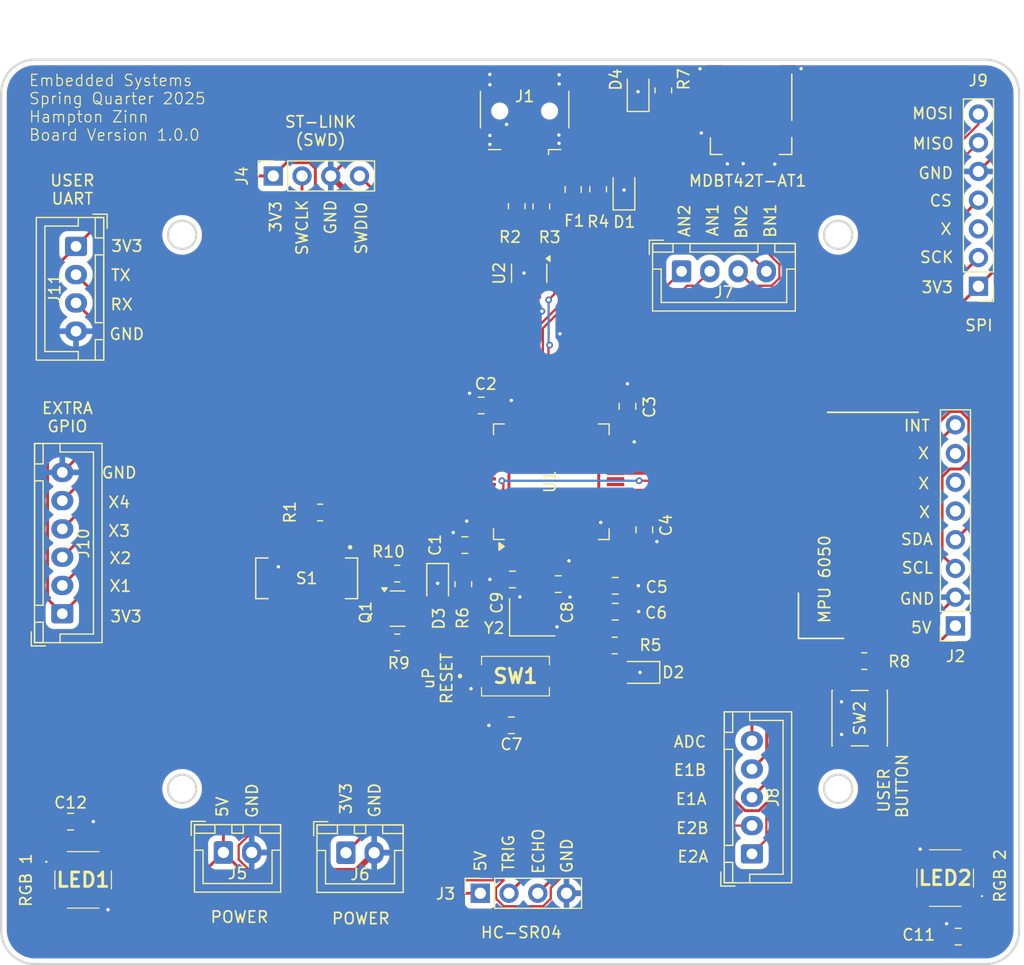
<source format=kicad_pcb>
(kicad_pcb (version 20241229) (generator "pcbnew") (generator_version "9.0")
  (layers (0 "F.Cu" signal) (2 "B.Cu" signal) (13 "F.Paste" user) (15 "B.Paste" user) (5 "F.SilkS" user "F.Silkscreen") (7 "B.SilkS" user "B.Silkscreen") (1 "F.Mask" user) (3 "B.Mask" user) (25 "Edge.Cuts" user))
  (net 0 "")
  (net 2 "/PS2_SCK")
  (net 3 "/PS2_MISO")
  (net 5 "/PS2_CS")
  (net 6 "/PS2_MOSI")
  (net 7 "Net-(U1-PA1)")
  (net 9 "/X4")
  (net 10 "/X3")
  (net 11 "/X1")
  (net 12 "/X2")
  (net 13 "/USER_TX")
  (net 16 "/USER_RX")
  (net 21 "/RESET")
  (net 28 "+3V3")
  (net 29 "GND")
  (net 33 "Net-(R1-Pad2)")
  (net 34 "/BOOT")
  (net 35 "/OSC_OUT")
  (net 36 "/OSC_IN")
  (net 37 "Net-(D1-A)")
  (net 39 "/D+")
  (net 40 "/D-")
  (net 41 "Net-(J1-VBUS)")
  (net 42 "/USB_CONN_D+")
  (net 43 "/USB_CONN_D-")
  (net 44 "Vusb")
  (net 45 "/USB_D+")
  (net 46 "/USB_D-")
  (net 47 "Net-(D2-A)")
  (net 48 "Net-(D3-A)")
  (net 49 "/USER_LED")
  (net 51 "+5V")
  (net 52 "/IMU_INT")
  (net 54 "/IMU_I2C_SCL")
  (net 56 "/IMU_I2C_SDA")
  (net 65 "Net-(D4-A)")
  (net 66 "/BL_WAKEUP")
  (net 67 "/BL_RX")
  (net 68 "/BL_TX")
  (net 69 "Net-(MDBT42T-AT1-INDICATOR)")
  (net 70 "/ULTRA_TRIG")
  (net 71 "/ULTRA_ECHO")
  (net 72 "/SWCLK")
  (net 73 "/SWDIO")
  (net 74 "/uBUTTON")
  (net 75 "/BN1")
  (net 76 "/AN1")
  (net 77 "/AN2")
  (net 78 "/BN2")
  (net 79 "/E2A")
  (net 80 "/E2B")
  (net 81 "/E1A")
  (net 82 "/E1B")
  (net 83 "/PWR_ADC")
  (net 84 "Net-(LED1-DOUT)")
  (net 85 "Net-(LED1-DIN)")
  (net 87 "/RGB_DIN")
  (footprint "Resistor_SMD:R_0805_2012Metric_Pad1.20x1.40mm_HandSolder" (layer "F.Cu") (at 137.68 42.715 -90)
    (property "Reference" "R2")
    (property "Value" "22")
  )
  (footprint "Package_QFP:LQFP-64_10x10mm_P0.5mm" (layer "F.Cu") (at 140.74 67.085 90)
    (property "Reference" "U1")
    (property "Value" "STM32F103RCTx")
  )
  (footprint "Resistor_SMD:R_0805_2012Metric_Pad1.20x1.40mm_HandSolder" (layer "F.Cu") (at 127.1175 81.3 180)
    (property "Reference" "R9")
    (property "Value" "10k")
  )
  (footprint "Resistor_SMD:R_0805_2012Metric_Pad1.20x1.40mm_HandSolder" (layer "F.Cu") (at 139.86 42.735 90)
    (property "Reference" "R3")
    (property "Value" "22")
  )
  (footprint "Capacitor_SMD:C_0805_2012Metric_Pad1.18x1.45mm_HandSolder" (layer "F.Cu") (at 98.2375 97.15)
    (property "Reference" "C12")
    (property "Value" "0.1uF")
  )
  (footprint "Connector_JST:JST_XH_B2B-XH-A_1x02_P2.50mm_Vertical" (layer "F.Cu") (at 122.58 99.9)
    (property "Reference" "J6")
    (property "Value" "CONN_3V3")
  )
  (footprint "Connector_PinHeader_2.54mm:PinHeader_1x07_P2.54mm_Vertical" (layer "F.Cu") (at 178.5 49.8 180)
    (property "Reference" "J9")
    (property "Value" "CONN_PS2")
  )
  (footprint "Connector_JST:JST_XH_B5B-XH-A_1x05_P2.50mm_Vertical" (layer "F.Cu") (at 158.475 100 90)
    (property "Reference" "J8")
    (property "Value" "CONN_HAL")
  )
  (footprint "Connector_PinSocket_2.54mm:PinSocket_1x08_P2.54mm_Vertical" (layer "F.Cu") (at 176.465 79.835 180)
    (property "Reference" "J2")
    (property "Value" "CONN_MPU6050")
  )
  (footprint "LED_SMD:LED_0805_2012Metric_Pad1.15x1.40mm_HandSolder" (layer "F.Cu") (at 148.41 32.475 90)
    (property "Reference" "D4")
    (property "Value" "BL_IND_LED")
  )
  (footprint "Package_TO_SOT_SMD:SOT-23" (layer "F.Cu") (at 127.1475 78.31)
    (property "Reference" "Q1")
    (property "Value" "BSS138")
  )
  (footprint "LED_SMD:LED_0805_2012Metric_Pad1.15x1.40mm_HandSolder" (layer "F.Cu") (at 130.69 76.18 -90)
    (property "Reference" "D3")
    (property "Value" "USER_LED")
  )
  (footprint "Resistor_SMD:R_0805_2012Metric_Pad1.20x1.40mm_HandSolder" (layer "F.Cu") (at 146.3475 81.57)
    (property "Reference" "R5")
    (property "Value" "10k")
  )
  (footprint "RGB_LED:INPI55TATPRPGPB" (layer "F.Cu") (at 99.35 102.3)
    (property "Reference" "LED1")
    (property "Value" "IN-PI55TATPRPGPB" (hide yes))
  )
  (footprint "Fuse:Fuse_0805_2012Metric_Pad1.15x1.40mm_HandSolder" (layer "F.Cu") (at 142.67 41.235 -90)
    (property "Reference" "F1")
    (property "Value" "PTCSMD")
  )
  (footprint "Capacitor_SMD:C_0805_2012Metric_Pad1.18x1.45mm_HandSolder" (layer "F.Cu") (at 137.3 75.73 180)
    (property "Reference" "C9")
    (property "Value" "22pF")
  )
  (footprint "Resistor_SMD:R_0805_2012Metric_Pad1.20x1.40mm_HandSolder" (layer "F.Cu") (at 127.1175 75.21 180)
    (property "Reference" "R10")
    (property "Value" "10k")
  )
  (footprint "Connector_PinSocket_2.54mm:PinSocket_1x04_P2.54mm_Vertical" (layer "F.Cu") (at 116.16 40.04 90)
    (property "Reference" "J4")
    (property "Value" "CONN_SWD")
  )
  (footprint "Resistor_SMD:R_0805_2012Metric_Pad1.20x1.40mm_HandSolder" (layer "F.Cu") (at 168.4 82.95)
    (property "Reference" "R8")
    (property "Value" "10k")
  )
  (footprint "Connector_JST:JST_XH_B4B-XH-A_1x04_P2.50mm_Vertical" (layer "F.Cu") (at 98.72 46.27 -90)
    (property "Reference" "J11")
    (property "Value" "CONN_UART")
  )
  (footprint "MDBT42T-AT:MDBT42T" (layer "F.Cu") (at 158.4 32.54)
    (property "Reference" "MDBT42T-AT1" (hide yes))
    (property "Value" "MDBT42T-AT" (hide yes))
  )
  (footprint "Capacitor_SMD:C_0805_2012Metric_Pad1.18x1.45mm_HandSolder" (layer "F.Cu") (at 134.54 60.34 180)
    (property "Reference" "C2")
    (property "Value" "0.1uF")
  )
  (footprint "Resistor_SMD:R_0805_2012Metric_Pad1.20x1.40mm_HandSolder" (layer "F.Cu") (at 132.96 76.15 -90)
    (property "Reference" "R6")
    (property "Value" "10k")
  )
  (footprint "Resistor_SMD:R_0805_2012Metric_Pad1.20x1.40mm_HandSolder" (layer "F.Cu") (at 150.64 32.475 90)
    (property "Reference" "R7")
    (property "Value" "10k")
  )
  (footprint "Capacitor_SMD:C_0805_2012Metric_Pad1.18x1.45mm_HandSolder" (layer "F.Cu") (at 148.96 71.34 -90)
    (property "Reference" "C4")
    (property "Value" "0.1uF")
  )
  (footprint "Package_TO_SOT_SMD:SOT-23-6" (layer "F.Cu") (at 138.78 48.6475 -90)
    (property "Reference" "U2")
    (property "Value" "USBLC6-2SC6")
  )
  (footprint "Capacitor_SMD:C_0805_2012Metric_Pad1.18x1.45mm_HandSolder" (layer "F.Cu") (at 146.39 76.29)
    (property "Reference" "C5")
    (property "Value" "0.1uF")
  )
  (footprint "Connector_PinSocket_2.54mm:PinSocket_1x04_P2.54mm_Vertical" (layer "F.Cu") (at 134.46 103.485 90)
    (property "Reference" "J3")
    (property "Value" "CONN_ULTRA")
  )
  (footprint "Connector_JST:JST_XH_B4B-XH-A_1x04_P2.50mm_Vertical" (layer "F.Cu") (at 152.25 48.475)
    (property "Reference" "J7")
    (property "Value" "CONN_DRIVE")
  )
  (footprint "Crystal:Crystal_SMD_Abracon_ABM8G-4Pin_3.2x2.5mm" (layer "F.Cu") (at 139.0525 79.07)
    (property "Reference" "Y2")
    (property "Value" "16MHz")
  )
  (footprint "SW_uP_Reset:SW_uP_Reset" (layer "F.Cu") (at 137.57 84.28)
    (property "Reference" "SW1")
    (property "Value" "SW_uP_Reset" (hide yes))
  )
  (footprint "Capacitor_SMD:C_0805_2012Metric_Pad1.18x1.45mm_HandSolder" (layer "F.Cu") (at 146.39 78.58)
    (property "Reference" "C6")
    (property "Value" "10uF")
  )
  (footprint "Connector_JST:JST_XH_B2B-XH-A_1x02_P2.50mm_Vertical" (layer "F.Cu") (at 111.75 99.875)
    (property "Reference" "J5")
    (property "Value" "CONN_5V")
  )
  (footprint "LED_SMD:LED_0805_2012Metric_Pad1.15x1.40mm_HandSolder" (layer "F.Cu") (at 148.4675 83.95 180)
    (property "Reference" "D2")
    (property "Value" "uP_PWR_LED")
  )
  (footprint "Capacitor_SMD:C_0805_2012Metric_Pad1.18x1.45mm_HandSolder" (layer "F.Cu") (at 133.1 72.69 180)
    (property "Reference" "C1")
    (property "Value" "0.1uF")
  )
  (footprint "RGB_LED:INPI55TATPRPGPB" (layer "F.Cu") (at 175.56 102.14 180)
    (property "Reference" "LED2")
    (property "Value" "IN-PI55TATPRPGPB" (hide yes))
  )
  (footprint "Capacitor_SMD:C_0805_2012Metric_Pad1.18x1.45mm_HandSolder" (layer "F.Cu") (at 141.35 76.14)
    (property "Reference" "C8")
    (property "Value" "22pF")
  )
  (footprint "Resistor_SMD:R_0805_2012Metric_Pad1.20x1.40mm_HandSolder" (layer "F.Cu") (at 120.3 69.81 180)
    (property "Reference" "R1")
    (property "Value" "10k")
  )
  (footprint "Connector_JST:JST_XH_B6B-XH-A_1x06_P2.50mm_Vertical" (layer "F.Cu") (at 97.51 78.76 90)
    (property "Reference" "J10")
    (property "Value" "CONN_TRACK")
  )
  (footprint "Capacitor_SMD:C_0805_2012Metric_Pad1.18x1.45mm_HandSolder" (layer "F.Cu") (at 147.47 60.42 90)
    (property "Reference" "C3")
    (property "Value" "0.1uF")
  )
  (footprint "Button_Switch_SMD:SW_SPST_PTS647_Sx50" (layer "F.Cu") (at 168 88 -90)
    (property "Reference" "SW2")
    (property "Value" "SW_USER")
  )
  (footprint "LED_SMD:LED_0805_2012Metric_Pad1.15x1.40mm_HandSolder" (layer "F.Cu") (at 147.16 41.185 90)
    (property "Reference" "D1")
    (property "Value" "USB_PWR_LED")
  )
  (footprint "SW_uP_Boot:SW_uP_Boot" (layer "F.Cu") (at 119.11 75.63 180)
    (property "Reference" "S1")
    (property "Value" "JS202011SCQN")
  )
  (footprint "Capacitor_SMD:C_0805_2012Metric_Pad1.18x1.45mm_HandSolder" (layer "F.Cu") (at 176.71 107.32 180)
    (property "Reference" "C11")
    (property "Value" "0.1uF")
  )
  (footprint "Connector_USB:USB_Mini-B_Lumberg_2486_01_Horizontal" (layer "F.Cu") (at 138.38 34.3 180)
    (property "Reference" "J1")
    (property "Value" "USB_B_Mini")
  )
  (footprint "Capacitor_SMD:C_0805_2012Metric_Pad1.18x1.45mm_HandSolder" (layer "F.Cu") (at 137.21 88.63 180)
    (property "Reference" "C7")
    (property "Value" "0.01uF")
  )
  (footprint "Resistor_SMD:R_0805_2012Metric_Pad1.20x1.40mm_HandSolder" (layer "F.Cu") (at 144.88 41.215 90)
    (property "Reference" "R4")
    (property "Value" "10k")
  )
  (gr_line (start 162.585 80.945) (end 166.585 80.945) (stroke (width 0.15)) (layer "F.SilkS"))
  (gr_line (start 162.585 80.945) (end 162.585 76.945) (stroke (width 0.15)) (layer "F.SilkS"))
  (gr_line (start 173.165 60.945) (end 165.165 60.945) (stroke (width 0.15)) (layer "F.SilkS"))
  (gr_arc (start 179.1 29.750001) (mid 181.22132 30.628681) (end 182.1 32.750001) (stroke (width 0.2)) (layer "Edge.Cuts"))
  (gr_arc (start 182.1 106.750001) (mid 181.22132 108.871321) (end 179.1 109.750001) (stroke (width 0.2)) (layer "Edge.Cuts"))
  (gr_line (start 179.1 29.750001) (end 95.100001 29.750001) (stroke (width 0.2)) (layer "Edge.Cuts"))
  (gr_circle (center 108.1 94.250001) (end 109.35 94.250001) (stroke (width 0.2)) (fill no) (layer "Edge.Cuts"))
  (gr_circle (center 108.1 45.250001) (end 109.35 45.250001) (stroke (width 0.2)) (fill no) (layer "Edge.Cuts"))
  (gr_line (start 179.1 109.750001) (end 95.100001 109.750001) (stroke (width 0.2)) (layer "Edge.Cuts"))
  (gr_arc (start 95.100001 109.750001) (mid 92.97868 108.871321) (end 92.1 106.75) (stroke (width 0.2)) (layer "Edge.Cuts"))
  (gr_arc (start 92.1 32.750002) (mid 92.97868 30.628681) (end 95.100001 29.750001) (stroke (width 0.2)) (layer "Edge.Cuts"))
  (gr_line (start 182.1 106.750001) (end 182.1 32.750001) (stroke (width 0.2)) (layer "Edge.Cuts"))
  (gr_circle (center 166.1 94.250001) (end 167.35 94.250001) (stroke (width 0.2)) (fill no) (layer "Edge.Cuts"))
  (gr_circle (center 166.1 45.250001) (end 167.35 45.250001) (stroke (width 0.2)) (fill no) (layer "Edge.Cuts"))
  (gr_line (start 92.1 106.75) (end 92.1 32.750002) (stroke (width 0.2)) (layer "Edge.Cuts"))
  (gr_text "5V" (at 111.65 95.84 90) (layer "F.SilkS") (effects (font (size 1 1))))
  (gr_text "X2" (at 102.65 73.85 0) (layer "F.SilkS") (effects (font (size 1 1))))
  (gr_text "ECHO" (at 139.6 99.77 90) (layer "F.SilkS") (effects (font (size 1 1))))
  (gr_text "E1B" (at 153 92.59 0) (layer "F.SilkS") (effects (font (size 1 1))))
  (gr_text "AN1" (at 155 43.94 90) (layer "F.SilkS") (effects (font (size 1 1))))
  (gr_text "X" (at 173.73 69.78 0) (layer "F.SilkS") (effects (font (size 1 1))))
  (gr_text "GND" (at 121.22 43.68 90) (layer "F.SilkS") (effects (font (size 1 1))))
  (gr_text "MOSI" (at 174.46 34.51 0) (layer "F.SilkS") (effects (font (size 1 1))))
  (gr_text "3V3" (at 103.22 46.24 0) (layer "F.SilkS") (effects (font (size 1 1))))
  (gr_text "E2A" (at 153.25 100.25 0) (layer "F.SilkS") (effects (font (size 1 1))))
  (gr_text "TX" (at 102.68 48.82 0) (layer "F.SilkS") (effects (font (size 1 1))))
  (gr_text "GND" (at 103.21 54.03 0) (layer "F.SilkS") (effects (font (size 1 1))))
  (gr_text "HC-SR04" (at 138.08 106.96 0) (layer "F.SilkS") (effects (font (size 1 1))))
  (gr_text "3V3" (at 116.37 43.65 90) (layer "F.SilkS") (effects (font (size 1 1))))
  (gr_text "E1A" (at 153.1 95.15 0) (layer "F.SilkS") (effects (font (size 1 1))))
  (gr_text "X" (at 175.63 44.74 0) (layer "F.SilkS") (effects (font (size 1 1))))
  (gr_text "RX" (at 102.75 51.41 0) (layer "F.SilkS") (effects (font (size 1 1))))
  (gr_text "X4" (at 102.54 68.9 0) (layer "F.SilkS") (effects (font (size 1 1))))
  (gr_text "SCL" (at 173.1 74.7 0) (layer "F.SilkS") (effects (font (size 1 1))))
  (gr_text "SDA" (at 173.06 72.18 0) (layer "F.SilkS") (effects (font (size 1 1))))
  (gr_text "POWER" (at 123.9 105.72 0) (layer "F.SilkS") (effects (font (size 1 1))))
  (gr_text "GND" (at 125.12 95.26 90) (layer "F.SilkS") (effects (font (size 1 1))))
  (gr_text "3V3" (at 174.86 49.89 0) (layer "F.SilkS") (effects (font (size 1 1))))
  (gr_text "GND" (at 114.29 95.3 90) (layer "F.SilkS") (effects (font (size 1 1))))
  (gr_text "3V3" (at 103.14 79 0) (layer "F.SilkS") (effects (font (size 1 1))))
  (gr_text "MPU 6050" (at 165.485 79.685 90) (layer "F.SilkS") (effects (font (size 1 1)) (justify left bottom)))
  (gr_text "ADC" (at 153 90.09 0) (layer "F.SilkS") (effects (font (size 1 1))))
  (gr_text "uP \nRESET " (at 130.68 84.1 90) (layer "F.SilkS") (effects (font (size 1 1))))
  (gr_text "RGB 1" (at 94.29 102.33 90) (layer "F.SilkS") (effects (font (size 1 1))))
  (gr_text "5V" (at 173.45 79.99 0) (layer "F.SilkS") (effects (font (size 1 1))))
  (gr_text "INT" (at 173.06 62.13 0) (layer "F.SilkS") (effects (font (size 1 1))))
  (gr_text "SWDIO" (at 123.94 44.66 90) (layer "F.SilkS") (effects (font (size 1 1))))
  (gr_text "GND" (at 173.08 77.44 0) (layer "F.SilkS") (effects (font (size 1 1))))
  (gr_text "3V3" (at 122.58 95.11 90) (layer "F.SilkS") (effects (font (size 1 1))))
  (gr_text "SCK" (at 174.81 47.23 0) (layer "F.SilkS") (effects (font (size 1 1))))
  (gr_text "USER\nUART" (at 98.4 41.25 0) (layer "F.SilkS") (effects (font (size 1 1))))
  (gr_text "TRIG" (at 136.95 99.95 90) (layer "F.SilkS") (effects (font (size 1 1))))
  (gr_text "EXTRA\nGPIO" (at 97.96 61.39 0) (layer "F.SilkS") (effects (font (size 1 1))))
  (gr_text "GND\n" (at 174.72 39.79 0) (layer "F.SilkS") (effects (font (size 1 1))))
  (gr_text "Embedded Systems\nSpring Quarter 2025\nHampton Zinn\nBoard Version 1.0.0" (at 94.5 37 0) (layer "F.SilkS") (effects (font (size 1 1) (thickness 0.1)) (justify left bottom)))
  (gr_text "GND" (at 102.54 66.29 0) (layer "F.SilkS") (effects (font (size 1 1))))
  (gr_text "X3" (at 102.54 71.44 0) (layer "F.SilkS") (effects (font (size 1 1))))
  (gr_text "X1" (at 102.65 76.31 0) (layer "F.SilkS") (effects (font (size 1 1))))
  (gr_text "X" (at 173.66 67.24 0) (layer "F.SilkS") (effects (font (size 1 1))))
  (gr_text "CS" (at 175.17 42.23 0) (layer "F.SilkS") (effects (font (size 1 1))))
  (gr_text "USER \nBUTTON" (at 170.95 94 90) (layer "F.SilkS") (effects (font (size 1 1))))
  (gr_text "BN1" (at 160.1 44 90) (layer "F.SilkS") (effects (font (size 1 1))))
  (gr_text "MISO" (at 174.49 37.18 0) (layer "F.SilkS") (effects (font (size 1 1))))
  (gr_text "X" (at 173.64 64.57 0) (layer "F.SilkS") (effects (font (size 1 1))))
  (gr_text "SPI" (at 178.54 53.26 0) (layer "F.SilkS") (effects (font (size 1 1))))
  (gr_text "MDBT42T-AT1" (at 158.1 40.47 0) (layer "F.SilkS") (effects (font (size 1 1))))
  (gr_text "GND" (at 142.11 100.17 90) (layer "F.SilkS") (effects (font (size 1 1))))
  (gr_text "AN2" (at 152.51 44 90) (layer "F.SilkS") (effects (font (size 1 1))))
  (gr_text "SWCLK" (at 118.71 44.6 90) (layer "F.SilkS") (effects (font (size 1 1))))
  (gr_text "ST-LINK\n(SWD)" (at 120.34 36.06 0) (layer "F.SilkS") (effects (font (size 1 1))))
  (gr_text "5V" (at 134.48 100.64 90) (layer "F.SilkS") (effects (font (size 1 1))))
  (gr_text "POWER" (at 113.17 105.59 0) (layer "F.SilkS") (effects (font (size 1 1))))
  (gr_text "RGB 2" (at 180.4 101.94 90) (layer "F.SilkS") (effects (font (size 1 1))))
  (gr_text "E2B" (at 153.21 97.73 0) (layer "F.SilkS") (effects (font (size 1 1))))
  (gr_text "BN2" (at 157.54 44.09 90) (layer "F.SilkS") (effects (font (size 1 1))))
  (segment (start 146.748658 60.542) (end 144.777658 62.513) (width 0.254) (layer "F.Cu") (net 2))
  (segment (start 143.99 62.49) (end 143.99 61.41) (width 0.254) (layer "F.Cu") (net 2))
  (segment (start 165.218 60.542) (end 146.748658 60.542) (width 0.254) (layer "F.Cu") (net 2))
  (segment (start 144.777658 62.513) (end 144.013 62.513) (width 0.254) (layer "F.Cu") (net 2))
  (segment (start 144.013 62.513) (end 143.99 62.49) (width 0.254) (layer "F.Cu") (net 2))
  (segment (start 178.5 47.26) (end 165.218 60.542) (width 0.254) (layer "F.Cu") (net 2))
  (segment (start 178.5 37.1) (end 158.236 57.364) (width 0.2) (layer "F.Cu") (net 3))
  (segment (start 146.727176 57.364) (end 143.49 60.601176) (width 0.2) (layer "F.Cu") (net 3))
  (segment (start 143.49 60.601176) (end 143.49 61.41) (width 0.2) (layer "F.Cu") (net 3))
  (segment (start 158.236 57.364) (end 146.727176 57.364) (width 0.2) (layer "F.Cu") (net 3))
  (segment (start 147.209873 57.792) (end 144.49 60.511873) (width 0.254) (layer "F.Cu") (net 5))
  (segment (start 162.888 57.792) (end 147.209873 57.792) (width 0.254) (layer "F.Cu") (net 5))
  (segment (start 178.5 42.18) (end 162.888 57.792) (width 0.254) (layer "F.Cu") (net 5))
  (segment (start 144.49 60.511873) (end 144.49 61.41) (width 0.254) (layer "F.Cu") (net 5))
  (segment (start 146.093824 56.963) (end 142.99 60.066824) (width 0.2) (layer "F.Cu") (net 6))
  (segment (start 178.5 34.56) (end 178.5 35.467711) (width 0.2) (layer "F.Cu") (net 6))
  (segment (start 178.5 35.467711) (end 157.004711 56.963) (width 0.2) (layer "F.Cu") (net 6))
  (segment (start 142.99 60.066824) (end 142.99 61.41) (width 0.2) (layer "F.Cu") (net 6))
  (segment (start 157.004711 56.963) (end 146.093824 56.963) (width 0.2) (layer "F.Cu") (net 6))
  (segment (start 143.99 72.76) (end 144.49 72.76) (width 0.254) (layer "F.Cu") (net 7))
  (segment (start 100.935 65.335) (end 135.065 65.335) (width 0.254) (layer "F.Cu") (net 9))
  (segment (start 97.51 68.76) (end 100.935 65.335) (width 0.254) (layer "F.Cu") (net 9))
  (segment (start 97.51 71.26) (end 102.935 65.835) (width 0.254) (layer "F.Cu") (net 10))
  (segment (start 102.935 65.835) (end 135.065 65.835) (width 0.254) (layer "F.Cu") (net 10))
  (segment (start 97.51 76.26) (end 106.935 66.835) (width 0.254) (layer "F.Cu") (net 11))
  (segment (start 106.935 66.835) (end 135.065 66.835) (width 0.254) (layer "F.Cu") (net 11))
  (segment (start 97.51 73.76) (end 104.935 66.335) (width 0.254) (layer "F.Cu") (net 12))
  (segment (start 104.935 66.335) (end 135.065 66.335) (width 0.254) (layer "F.Cu") (net 12))
  (segment (start 98.72 48.77) (end 114.285 64.335) (width 0.254) (layer "F.Cu") (net 13))
  (segment (start 114.285 64.335) (end 135.065 64.335) (width 0.254) (layer "F.Cu") (net 13))
  (segment (start 135.065 64.835) (end 112.285 64.835) (width 0.254) (layer "F.Cu") (net 16))
  (segment (start 112.285 64.835) (end 98.72 51.27) (width 0.254) (layer "F.Cu") (net 16))
  (segment (start 138.2475 88.63) (end 138.2475 86.9525) (width 0.254) (layer "F.Cu") (net 21))
  (segment (start 142 83.2) (end 140.92 84.28) (width 0.254) (layer "F.Cu") (net 21))
  (segment (start 139.99 72.76) (end 139.99 73.607008) (width 0.254) (layer "F.Cu") (net 21))
  (segment (start 139.99 73.607008) (end 141.472 75.089008) (width 0.254) (layer "F.Cu") (net 21))
  (segment (start 141.472 79.263873) (end 142 79.791873) (width 0.254) (layer "F.Cu") (net 21))
  (segment (start 138.2475 86.9525) (end 140.92 84.28) (width 0.254) (layer "F.Cu") (net 21))
  (segment (start 142 79.791873) (end 142 83.2) (width 0.254) (layer "F.Cu") (net 21))
  (segment (start 141.472 75.089008) (end 141.472 79.263873) (width 0.254) (layer "F.Cu") (net 21))
  (segment (start 178.5 49.8) (end 181 47.3) (width 0.254) (layer "F.Cu") (net 28))
  (segment (start 147.295 63.335) (end 147.47 63.16) (width 0.254) (layer "F.Cu") (net 28))
  (segment (start 145.3525 76.29) (end 145.3525 72.2075) (width 0.254) (layer "F.Cu") (net 28))
  (segment (start 119.878 39.378) (end 119.362 38.862) (width 0.254) (layer "F.Cu") (net 28))
  (segment (start 96.207 77.457) (end 97.51 78.76) (width 0.254) (layer "F.Cu") (net 28))
  (segment (start 133.78 71.21) (end 133.78 72.3325) (width 0.254) (layer "F.Cu") (net 28))
  (segment (start 145.3525 78.58) (end 145.3525 76.29) (width 0.508) (layer "F.Cu") (net 28))
  (segment (start 179.5 32) (end 161.5 32) (width 0.254) (layer "F.Cu") (net 28))
  (segment (start 135.6475 60.27) (end 135.5775 60.34) (width 0.254) (layer "F.Cu") (net 28))
  (segment (start 167.05 82.95) (end 165 85) (width 0.254) (layer "F.Cu") (net 28))
  (segment (start 104.95 40.04) (end 116.16 40.04) (width 0.254) (layer "F.Cu") (net 28))
  (segment (start 148.4925 69.835) (end 148.96 70.3025) (width 0.254) (layer "F.Cu") (net 28))
  (segment (start 147.47 63.16) (end 147.47 61.4575) (width 0.254) (layer "F.Cu") (net 28))
  (segment (start 100.77 75.5) (end 119 75.5) (width 0.254) (layer "F.Cu") (net 28))
  (segment (start 98.72 46.27) (end 96.207 48.783) (width 0.254) (layer "F.Cu") (net 28))
  (segment (start 119.878 48.352342) (end 119.878 39.378) (width 0.254) (layer "F.Cu") (net 28))
  (segment (start 130.502658 73.743) (end 133.0845 73.743) (width 0.254) (layer "F.Cu") (net 28))
  (segment (start 132.918658 61.393) (end 119.878 48.352342) (width 0.254) (layer "F.Cu") (net 28))
  (segment (start 135.5775 60.34) (end 134.5245 61.393) (width 0.254) (layer "F.Cu") (net 28))
  (segment (start 143 69.835) (end 142.52 69.835) (width 0.254) (layer "F.Cu") (net 28))
  (segment (start 134.5245 61.393) (end 132.918658 61.393) (width 0.254) (layer "F.Cu") (net 28))
  (segment (start 129.5 74.745658) (end 130.502658 73.743) (width 0.254) (layer "F.Cu") (net 28))
  (segment (start 165 90.265944) (end 159.087944 96.178) (width 0.254) (layer "F.Cu") (net 28))
  (segment (start 159.087944 96.178) (end 157.862056 96.178) (width 0.254) (layer "F.Cu") (net 28))
  (segment (start 121.61 72.88) (end 123.7875 72.88) (width 0.254) (layer "F.Cu") (net 28))
  (segment (start 136.66 60.27) (end 135.6475 60.27) (width 0.254) (layer "F.Cu") (net 28))
  (segment (start 167.4 82.95) (end 167.05 82.95) (width 0.254) (layer "F.Cu") (net 28))
  (segment (start 136.99 61.41) (end 136.99 60.6) (width 0.254) (layer "F.Cu") (net 28))
  (segment (start 157.862056 96.178) (end 150.698 89.013944) (width 0.254) (layer "F.Cu") (net 28))
  (segment (start 144.93 69.385) (end 144.48 69.835) (width 0.254) (layer "F.Cu") (net 28))
  (segment (start 142.99 72.76) (end 142.99 69.845) (width 0.254) (layer "F.Cu") (net 28))
  (segment (start 119.362 38.862) (end 117.338 38.862) (width 0.254) (layer "F.Cu") (net 28))
  (segment (start 145.155 63.335) (end 144.93 63.56) (width 0.254) (layer "F.Cu") (net 28))
  (segment (start 126.21 75.3025) (end 126.1175 75.21) (width 0.254) (layer "F.Cu") (net 28))
  (segment (start 181 47.3) (end 181 33.5) (width 0.254) (layer "F.Cu") (net 28))
  (segment (start 136.99 60.6) (end 136.66 60.27) (width 0.254) (layer "F.Cu") (net 28))
  (segment (start 117.338 38.862) (end 116.16 40.04) (width 0.254) (layer "F.Cu") (net 28))
  (segment (start 133.78 72.3325) (end 134.1375 72.69) (width 0.254) (layer "F.Cu") (net 28))
  (segment (start 144.48 69.835) (end 143 69.835) (width 0.254) (layer "F.Cu") (net 28))
  (segment (start 145.3525 72.2075) (end 142.99 69.845) (width 0.254) (layer "F.Cu") (net 28))
  (segment (start 144.93 63.56) (end 144.93 69.385) (width 0.254) (layer "F.Cu") (net 28))
  (segment (start 150.698 89.013944) (end 150.698 72.0405) (width 0.254) (layer "F.Cu") (net 28))
  (segment (start 165 85) (end 165 90.265944) (width 0.254) (layer "F.Cu") (net 28))
  (segment (start 137.615 69.835) (end 136.99 69.21) (width 0.254) (layer "F.Cu") (net 28))
  (segment (start 142.99 69.845) (end 143 69.835) (width 0.254) (layer "F.Cu") (net 28))
  (segment (start 136.99 69.21) (end 136.99 61.41) (width 0.254) (layer "F.Cu") (net 28))
  (segment (start 96.207 48.783) (end 96.207 77.457) (width 0.254) (layer "F.Cu") (net 28))
  (segment (start 119 75.49) (end 121.61 72.88) (width 0.254) (layer "F.Cu") (net 28))
  (segment (start 126.21 77.36) (end 126.21 75.3025) (width 0.254) (layer "F.Cu") (net 28))
  (segment (start 150.698 72.0405) (end 148.96 70.3025) (width 0.254) (layer "F.Cu") (net 28))
  (segment (start 159.8 33.7) (end 159.8 37.74) (width 0.254) (layer "F.Cu") (net 28))
  (segment (start 145.3475 78.585) (end 145.3525 78.58) (width 0.508) (layer "F.Cu") (net 28))
  (segment (start 145.3475 81.57) (end 145.3475 78.585) (width 0.508) (layer "F.Cu") (net 28))
  (segment (start 136.99 69.21) (end 136.99 70.45) (width 0.254) (layer "F.Cu") (net 28))
  (segment (start 129.5 92.98) (end 129.5 74.745658) (width 0.254) (layer "F.Cu") (net 28))
  (segment (start 98.72 46.27) (end 104.95 40.04) (width 0.254) (layer "F.Cu") (net 28))
  (segment (start 134.155 70.835) (end 133.78 71.21) (width 0.254) (layer "F.Cu") (net 28))
  (segment (start 123.7875 72.88) (end 126.1175 75.21) (width 0.254) (layer "F.Cu") (net 28))
  (segment (start 146.415 69.835) (end 148.4925 69.835) (width 0.254) (layer "F.Cu") (net 28))
  (segment (start 146.415 63.335) (end 147.295 63.335) (width 0.254) (layer "F.Cu") (net 28))
  (segment (start 122.58 99.9) (end 129.5 92.98) (width 0.254) (layer "F.Cu") (net 28))
  (segment (start 166.8425 61.4575) (end 147.47 61.4575) (width 0.254) (layer "F.Cu") (net 28))
  (segment (start 97.51 78.76) (end 100.77 75.5) (width 0.254) (layer "F.Cu") (net 28))
  (segment (start 119 75.5) (end 119 75.49) (width 0.254) (layer "F.Cu") (net 28))
  (segment (start 136.605 70.835) (end 135.065 70.835) (width 0.254) (layer "F.Cu") (net 28))
  (segment (start 146.415 69.835) (end 144.48 69.835) (width 0.254) (layer "F.Cu") (net 28))
  (segment (start 135.065 70.835) (end 134.155 70.835) (width 0.254) (layer "F.Cu") (net 28))
  (segment (start 181 33.5) (end 179.5 32) (width 0.254) (layer "F.Cu") (net 28))
  (segment (start 146.415 63.335) (end 145.155 63.335) (width 0.254) (layer "F.Cu") (net 28))
  (segment (start 142.52 69.835) (end 137.615 69.835) (width 0.254) (layer "F.Cu") (net 28))
  (segment (start 161.5 32) (end 159.8 33.7) (width 0.254) (layer "F.Cu") (net 28))
  (segment (start 133.0845 73.743) (end 134.1375 72.69) (width 0.254) (layer "F.Cu") (net 28))
  (segment (start 178.5 49.8) (end 166.8425 61.4575) (width 0.254) (layer "F.Cu") (net 28))
  (segment (start 136.99 70.45) (end 136.605 70.835) (width 0.254) (layer "F.Cu") (net 28))
  (segment (start 145.465 70.335) (end 145.11 70.69) (width 0.254) (layer "F.Cu") (net 29))
  (segment (start 161.643468 32.5) (end 160.5 33.643468) (width 0.254) (layer "F.Cu") (net 29))
  (segment (start 137.96 77.27) (end 137.96 78.2125) (width 0.508) (layer "F.Cu") (net 29))
  (segment (start 118.5 101.5) (end 116.875 99.875) (width 0.508) (layer "F.Cu") (net 29))
  (segment (start 180.5 37.64) (end 180.5 34) (width 0.254) (layer "F.Cu") (net 29))
  (segment (start 148.43 76.28) (end 147.4375 76.28) (width 0.508) (layer "F.Cu") (net 29))
  (segment (start 125.08 99.9) (end 123.48 101.5) (width 0.508) (layer "F.Cu") (net 29))
  (segment (start 173.36 99.59) (end 173.35 99.58) (width 0.508) (layer "F.Cu") (net 29))
  (segment (start 133.5025 52.3025) (end 121.24 40.04) (width 0.508) (layer "F.Cu") (net 29))
  (segment (start 135.31 75.73) (end 136.2625 75.73) (width 0.508) (layer "F.Cu") (net 29))
  (segment (start 142.582 86.321) (end 129.003 99.9) (width 0.508) (layer "F.Cu") (net 29))
  (segment (start 160.5 38.98) (end 160.49 38.99) (width 0.381) (layer "F.Cu") (net 29))
  (segment (start 175.6725 106.1875) (end 175.68 106.18) (width 0.508) (layer "F.Cu") (net 29))
  (segment (start 100.24 97.15) (end 100.25 97.14) (width 0.508) (layer "F.Cu") (net 29))
  (segment (start 160.5 33.643468) (end 160.5 37.74) (width 0.254) (layer "F.Cu") (net 29))
  (segment (start 142.582 76.3345) (end 142.582 86.321) (width 0.508) (layer "F.Cu") (net 29))
  (segment (start 135.065 70.335) (end 133.495 70.335) (width 0.254) (layer "F.Cu") (net 29))
  (segment (start 166.4 85.375) (end 166.4 86.54) (width 0.508) (layer "F.Cu") (net 29))
  (segment (start 160.5 37.74) (end 160.5 38.98) (width 0.381) (layer "F.Cu") (net 29))
  (segment (start 173.36 100.54) (end 173.36 99.59) (width 0.508) (layer "F.Cu") (net 29))
  (segment (start 137.96 78.2125) (end 137.9525 78.22) (width 0.508) (layer "F.Cu") (net 29))
  (segment (start 147.4375 78.57) (end 147.4275 78.58) (width 0.508) (layer "F.Cu") (net 29))
  (segment (start 141.24 79.92) (end 140.1525 79.92) (width 0.508) (layer "F.Cu") (net 29))
  (segment (start 123.48 101.5) (end 118.5 101.5) (width 0.508) (layer "F.Cu") (net 29))
  (segment (start 136.1725 88.63) (end 135.23 88.63) (width 0.508) (layer "F.Cu") (net 29))
  (segment (start 138.78 48.17) (end 138.32 48.63) (width 0.254) (layer "F.Cu") (net 29))
  (segment (start 148.41 33.5) (end 148.41 32.595) (width 0.508) (layer "F.Cu") (net 29))
  (segment (start 138.78 47.51) (end 138.78 48.17) (width 0.254) (layer "F.Cu") (net 29))
  (segment (start 135.23 88.63) (end 135.22 88.64) (width 0.508) (layer "F.Cu") (net 29))
  (segment (start 133.51 60.3325) (end 133.5025 60.34) (width 0.508) (layer "F.Cu") (net 29))
  (segment (start 137.49 61.41) (end 137.49 60.18) (width 0.254) (layer "F.Cu") (net 29))
  (segment (start 133.495 70.335) (end 133.26 70.57) (width 0.254) (layer "F.Cu") (net 29))
  (segment (start 142.39 76.1425) (end 142.3875 76.14) (width 0.508) (layer "F.Cu") (net 29))
  (segment (start 137.49 60.18) (end 137.2 59.89) (width 0.254) (layer "F.Cu") (net 29))
  (segment (start 132.07 71.58) (end 132.07 72.6825) (width 0.508) (layer "F.Cu") (net 29))
  (segment (start 146.415 63.835) (end 147.795 63.835) (width 0.254) (layer "F.Cu") (net 29))
  (segment (start 136.1725 88.63) (end 136.1725 88.8075) (width 0.508) (layer "F.Cu") (net 29))
  (segment (start 132.07 72.6825) (end 132.0625 72.69) (width 0.508) (layer "F.Cu") (net 29))
  (segment (start 155.2 30.54) (end 155.18 30.56) (width 0.381) (layer "F.Cu") (net 29))
  (segment (start 147.795 63.835) (end 148.07 63.56) (width 0.254) (layer "F.Cu") (net 29))
  (segment (start 133.64 85.39) (end 133.64 84.86) (width 0.508) (layer "F.Cu") (net 29))
  (segment (start 166.4 90.625) (end 166.4 89.44) (width 0.508) (layer "F.Cu") (net 29))
  (segment (start 178.5 39.64) (end 180.5 37.64) (width 0.254) (layer "F.Cu") (net 29))
  (segment (start 136.78 37) (end 136.78 35.48) (width 0.381) (layer "F.Cu") (net 29))
  (segment (start 116.61 74.61) (end 116.61 72.88) (width 0.508) (layer "F.Cu") (net 29))
  (segment (start 172.717 81.043) (end 172.717 99.897) (width 0.254) (layer "F.Cu") (net 29))
  (segment (start 155.18 30.56) (end 153.88 30.56) (width 0.381) (layer "F.Cu") (net 29))
  (segment (start 147.17 42.2) (end 147.16 42.21) (width 0.508) (layer "F.Cu") (net 29))
  (segment (start 124.38 36.9) (end 133.93 36.9) (width 0.254) (layer "F.Cu") (net 29))
  (segment (start 98.72 65.05) (end 97.51 66.26) (width 0.254) (layer "F.Cu") (net 29))
  (segment (start 142.3875 76.14) (end 142.582 76.3345) (width 0.508) (layer "F.Cu") (net 29))
  (segment (start 166.4 86.54) (end 166.39 86.55) (width 0.508) (layer "F.Cu") (net 29))
  (segment (start 142.39 77.29) (end 142.39 76.1425) (width 0.508) (layer "F.Cu") (net 29))
  (segment (start 180.5 34) (end 179 32.5) (width 0.254) (layer "F.Cu") (net 29))
  (segment (start 98.72 53.77) (end 98.72 65.05) (width 0.254) (layer "F.Cu") (net 29))
  (segment (start 170.415 103.485) (end 142.08 103.485) (width 0.508) (layer "F.Cu") (net 29))
  (segment (start 148.9625 72.38) (end 148.96 72.3775) (width 0.508) (layer "F.Cu") (net 29))
  (segment (start 130.69 76.07) (end 130.69 75.155) (width 0.508) (layer "F.Cu") (net 29))
  (segment (start 116.875 99.875) (end 114.25 99.875) (width 0.508) (layer "F.Cu") (net 29))
  (segment (start 156.3 37.74) (end 156.3 38.97) (width 0.381) (layer "F.Cu") (net 29))
  (segment (start 157.7 37.74) (end 157.7 38.95) (width 0.381) (layer "F.Cu") (net 29))
  (segment (start 121.24 40.04) (end 124.38 36.9) (width 0.254) (layer "F.Cu") (net 29))
  (segment (start 133.5025 60.34) (end 133.5025 52.3025) (width 0.508) (layer "F.Cu") (net 29))
  (segment (start 173.36 100.54) (end 170.415 103.485) (width 0.508) (layer "F.Cu") (net 29))
  (segment (start 176.465 77.295) (end 172.717 81.043) (width 0.254) (layer "F.Cu") (net 29))
  (segment (start 147.47 58.42) (end 147.47 59.3825) (width 0.508) (layer "F.Cu") (net 29))
  (segment (start 142.49 72.76) (end 142.49 73.89) (width 0.254) (layer "F.Cu") (net 29))
  (segment (start 133.51 59.26) (end 133.51 60.3325) (width 0.508) (layer "F.Cu") (net 29))
  (segment (start 155.2 36.24) (end 154 36.24) (width 0.381) (layer "F.Cu") (net 29))
  (segment (start 148.58 83.95) (end 149.4925 83.95) (width 0.508) (layer "F.Cu") (net 29))
  (segment (start 175.6725 107.32) (end 175.6725 106.1875) (width 0.508) (layer "F.Cu") (net 29))
  (segment (start 172.717 99.897) (end 173.36 100.54) (width 0.254) (layer "F.Cu") (net 29))
  (segment (start 147.17 41.28) (end 147.17 42.2) (width 0.508) (layer "F.Cu") (net 29))
  (segment (start 133.64 84.86) (end 134.22 84.28) (width 0.508) (layer "F.Cu") (net 29))
  (segment (start 101.55 103.9) (end 101.55 104.94) (width 0.508) (layer "F.Cu") (net 29))
  (segment (start 142.49 73.89) (end 142.3 74.08) (width 0.254) (layer "F.Cu") (net 29))
  (segment (start 147.4375 76.28) (end 147.4275 76.29) (width 0.508) (layer "F.Cu") (net 29))
  (segment (start 146.415 70.335) (end 145.465 70.335) (width 0.254) (layer "F.Cu") (net 29))
  (segment (start 148.46 78.57) (end 147.4375 78.57) (width 0.508) (layer "F.Cu") (net 29))
  (segment (start 148.41 32.595) (end 148.4 32.585) (width 0.508) (layer "F.Cu") (net 29))
  (segment (start 161.6 30.54) (end 162.81 30.54) (width 0.381) (layer "F.Cu") (net 29))
  (segment (start 150.07 72.38) (end 148.9625 72.38) (width 0.508) (layer "F.Cu") (net 29))
  (segment (start 179 32.5) (end 161.643468 32.5) (width 0.254) (layer "F.Cu") (net 29))
  (segment (start 129.003 99.9) (end 125.08 99.9) (width 0.508) (layer "F.Cu") (net 29))
  (segment (start 162.81 30.54) (end 162.82 30.55) (width 0.381) (layer "F.Cu") (net 29))
  (segment (start 99.275 97.15) (end 100.24 97.15) (width 0.508) (layer "F.Cu") (net 29))
  (via (at 135.3 31.06) (size 0.6) (drill 0.3) (layers "F.Cu" "B.Cu") (net 29))
  (via (at 135.31 31.97) (size 0.6) (drill 0.3) (layers "F.Cu" "B.Cu") (net 29))
  (via (at 138.32 48.63) (size 0.6) (drill 0.3) (layers "F.Cu" "B.Cu") (net 29))
  (via (at 101.55 104.94) (size 0.6) (drill 0.3) (layers "F.Cu" "B.Cu") (net 29))
  (via (at 136.78 35.48) (size 0.6) (drill 0.3) (layers "F.Cu" "B.Cu") (net 29))
  (via (at 137.2 59.89) (size 0.6) (drill 0.3) (layers "F.Cu" "B.Cu") (net 29))
  (via (at 135.31 36.46) (size 0.6) (drill 0.3) (layers "F.Cu" "B.Cu") (net 29))
  (via (at 100.25 97.14) (size 0.6) (drill 0.3) (layers "F.Cu" "B.Cu") (net 29))
  (via (at 148.43 76.28) (size 0.6) (drill 0.3) (layers "F.Cu" "B.Cu") (net 29))
  (via (at 133.26 70.57) (size 0.6) (drill 0.3) (layers "F.Cu" "B.Cu") (net 29))
  (via (at 160.49 38.99) (size 0.6) (drill 0.3) (layers "F.Cu" "B.Cu") (net 29))
  (via (at 156.3 38.97) (size 0.6) (drill 0.3) (layers "F.Cu" "B.Cu") (net 29))
  (via (at 135.31 75.73) (size 0.6) (drill 0.3) (layers "F.Cu" "B.Cu") (net 29))
  (via (at 141.24 79.92) (size 0.6) (drill 0.3) (layers "F.Cu" "B.Cu") (net 29))
  (via (at 116.61 74.61) (size 0.6) (drill 0.3) (layers "F.Cu" "B.Cu") (net 29))
  (via (at 162.82 30.55) (size 0.6) (drill 0.3) (layers "F.Cu" "B.Cu") (net 29))
  (via (at 150.07 72.38) (size 0.6) (drill 0.3) (layers "F.Cu" "B.Cu") (net 29))
  (via (at 166.4 89.44) (size 0.6) (drill 0.3) (layers "F.Cu" "B.Cu") (net 29))
  (via (at 132.07 71.58) (size 0.6) (drill 0.3) (layers "F.Cu" "B.Cu") (net 29))
  (via (at 133.64 85.39) (size 0.6) (drill 0.3) (layers "F.Cu" "B.Cu") (net 29))
  (via (at 141.41 36.42) (size 0.6) (drill 0.3) (layers "F.Cu" "B.Cu") (net 29))
  (via (at 145.11 70.69) (size 0.6) (drill 0.3) (layers "F.Cu" "B.Cu") (net 29))
  (via (at 173.35 99.58) (size 0.6) (drill 0.3) (layers "F.Cu" "B.Cu") (net 29))
  (via (at 153.88 30.56) (size 0.6) (drill 0.3) (layers "F.Cu" "B.Cu") (net 29))
  (via (at 148.58 83.95) (size 0.6) (drill 0.3) (layers "F.Cu" "B.Cu") (net 29))
  (via (at 135.22 88.64) (size 0.6) (drill 0.3) (layers "F.Cu" "B.Cu") (net 29))
  (via (at 141.42 37.15) (size 0.6) (drill 0.3) (layers "F.Cu" "B.Cu") (net 29))
  (via (at 141.43 31.9) (size 0.6) (drill 0.3) (layers "F.Cu" "B.Cu") (net 29))
  (via (at 141.43 31.09) (size 0.6) (drill 0.3) (layers "F.Cu" "B.Cu") (net 29))
  (via (at 157.7 38.95) (size 0.6) (drill 0.3) (layers "F.Cu" "B.Cu") (net 29))
  (via (at 175.68 106.18) (size 0.6) (drill 0.3) (layers "F.Cu" "B.Cu") (net 29))
  (via (at 148.46 78.57) (size 0.6) (drill 0.3) (layers "F.Cu" "B.Cu") (net 29))
  (via (at 137.96 77.27) (size 0.6) (drill 0.3) (layers "F.Cu" "B.Cu") (net 29))
  (via (at 148.07 63.56) (size 0.6) (drill 0.3) (layers "F.Cu" "B.Cu") (net 29))
  (via (at 148.4 32.585) (size 0.6) (drill 0.3) (layers "F.Cu" "B.Cu") (net 29))
  (via (at 154 36.24) (size 0.6) (drill 0.3) (layers "F.Cu" "B.Cu") (net 29))
  (via (at 130.69 76.07) (size 0.6) (drill 0.3) (layers "F.Cu" "B.Cu") (net 29))
  (via (at 133.51 59.26) (size 0.6) (drill 0.3) (layers "F.Cu" "B.Cu") (net 29))
  (via (at 142.39 77.29) (size 0.6) (drill 0.3) (layers "F.Cu" "B.Cu") (net 29))
  (via (at 139.9 52) (size 0.6) (drill 0.3) (layers "F.Cu" "B.Cu") (net 29))
  (via (at 166.39 86.55) (size 0.6) (drill 0.3) (layers "F.Cu" "B.Cu") (net 29))
  (via (at 142.3 74.08) (size 0.6) (drill 0.3) (layers "F.Cu" "B.Cu") (net 29))
  (via (at 141.5 54) (size 0.6) (drill 0.3) (layers "F.Cu" "B.Cu") (net 29))
  (via (at 147.47 58.42) (size 0.6) (drill 0.3) (layers "F.Cu" "B.Cu") (net 29))
  (via (at 135.31 37.25) (size 0.6) (drill 0.3) (layers "F.Cu" "B.Cu") (net 29))
  (via (at 147.17 41.28) (size 0.6) (drill 0.3) (layers "F.Cu" "B.Cu") (net 29))
  (segment (start 119.11 72.88) (end 119.11 70) (width 0.254) (layer "F.Cu") (net 33))
  (segment (start 119.11 70) (end 119.3 69.81) (width 0.254) (layer "F.Cu") (net 33))
  (segment (start 122.275 68.835) (end 121.3 69.81) (width 0.254) (layer "F.Cu") (net 34))
  (segment (start 135.065 68.835) (end 122.275 68.835) (width 0.254) (layer "F.Cu") (net 34))
  (segment (start 140.3125 75.0325) (end 140.3125 76.14) (width 0.254) (layer "F.Cu") (net 35))
  (segment (start 139.49 74.21) (end 140.3125 75.0325) (width 0.254) (layer "F.Cu") (net 35))
  (segment (start 140.3125 78.06) (end 140.1525 78.22) (width 0.254) (layer "F.Cu") (net 35))
  (segment (start 139.49 72.76) (end 139.49 74.21) (width 0.254) (layer "F.Cu") (net 35))
  (segment (start 140.3125 76.14) (end 140.3125 78.06) (width 0.254) (layer "F.Cu") (net 35))
  (segment (start 138.69 79.92) (end 139.03 79.58) (width 0.254) (layer "F.Cu") (net 36))
  (segment (start 137.9525 79.92) (end 138.69 79.92) (width 0.254) (layer "F.Cu") (net 36))
  (segment (start 138.99 73.83) (end 138.41 74.41) (width 0.254) (layer "F.Cu") (net 36))
  (segment (start 139.03 76.4225) (end 138.3375 75.73) (width 0.254) (layer "F.Cu") (net 36))
  (segment (start 138.41 74.41) (end 138.41 75.6575) (width 0.254) (layer "F.Cu") (net 36))
  (segment (start 139.03 79.58) (end 139.03 76.4225) (width 0.254) (layer "F.Cu") (net 36))
  (segment (start 138.99 72.76) (end 138.99 73.83) (width 0.254) (layer "F.Cu") (net 36))
  (segment (start 138.41 75.6575) (end 138.3375 75.73) (width 0.254) (layer "F.Cu") (net 36))
  (segment (start 147.105 40.215) (end 144.88 40.215) (width 0.508) (layer "F.Cu") (net 37))
  (segment (start 147.16 40.16) (end 147.105 40.215) (width 0.508) (layer "F.Cu") (net 37))
  (segment (start 138.555 38.675001) (end 138.555 40.095) (width 0.2) (layer "F.Cu") (net 39))
  (segment (start 138.38 38.500001) (end 138.555 38.675001) (width 0.2) (layer "F.Cu") (net 39))
  (segment (start 138.38 37) (end 138.38 38.500001) (width 0.2) (layer "F.Cu") (net 39))
  (segment (start 138.555 40.095) (end 137.68 40.97) (width 0.2) (layer "F.Cu") (net 39))
  (segment (start 137.68 40.97) (end 137.68 41.715) (width 0.2) (layer "F.Cu") (net 39))
  (segment (start 139.18 38.500001) (end 139.005 38.675001) (width 0.2) (layer "F.Cu") (net 40))
  (segment (start 139.005 40.095) (end 139.86 40.95) (width 0.2) (layer "F.Cu") (net 40))
  (segment (start 139.86 40.95) (end 139.86 41.735) (width 0.2) (layer "F.Cu") (net 40))
  (segment (start 139.18 37) (end 139.18 38.500001) (width 0.2) (layer "F.Cu") (net 40))
  (segment (start 139.005 38.675001) (end 139.005 40.095) (width 0.2) (layer "F.Cu") (net 40))
  (segment (start 139.98 37) (end 139.98 38.59) (width 0.381) (layer "F.Cu") (net 41))
  (segment (start 140.33 38.94) (end 142.3 38.94) (width 0.381) (layer "F.Cu") (net 41))
  (segment (start 142.3 38.94) (end 142.67 39.31) (width 0.381) (layer "F.Cu") (net 41))
  (segment (start 142.67 39.31) (end 142.67 40.21) (width 0.381) (layer "F.Cu") (net 41))
  (segment (start 139.98 38.59) (end 140.33 38.94) (width 0.381) (layer "F.Cu") (net 41))
  (segment (start 138.554999 45.998197) (end 137.83 46.723196) (width 0.2) (layer "F.Cu") (net 42))
  (segment (start 137.83 46.723196) (end 137.83 47.51) (width 0.2) (layer "F.Cu") (net 42))
  (segment (start 137.68 43.715) (end 138.554999 44.589999) (width 0.2) (layer "F.Cu") (net 42))
  (segment (start 138.554999 44.589999) (end 138.554999 45.998197) (width 0.2) (layer "F.Cu") (net 42))
  (segment (start 139.73 46.536802) (end 139.73 47.51) (width 0.2) (layer "F.Cu") (net 43))
  (segment (start 139.005001 45.811803) (end 139.73 46.536802) (width 0.2) (layer "F.Cu") (net 43))
  (segment (start 139.005001 44.589999) (end 139.005001 45.811803) (width 0.2) (layer "F.Cu") (net 43))
  (segment (start 139.86 43.735) (end 139.005001 44.589999) (width 0.2) (layer "F.Cu") (net 43))
  (segment (start 142.24 42.26) (end 141.5 43) (width 0.508) (layer "F.Cu") (net 44))
  (segment (start 138.975 49.017744) (end 138.975 49.59) (width 0.508) (layer "F.Cu") (net 44))
  (segment (start 141.5 43) (end 141.5 47.262256) (width 0.508) (layer "F.Cu") (net 44))
  (segment (start 138.78 49.785) (end 138.78 49.23) (width 0.254) (layer "F.Cu") (net 44))
  (segment (start 140.12572 48.636536) (end 139.356208 48.636536) (width 0.508) (layer "F.Cu") (net 44))
  (segment (start 142.715 42.215) (end 142.67 42.26) (width 0.508) (layer "F.Cu") (net 44))
  (segment (start 144.88 42.215) (end 142.715 42.215) (width 0.508) (layer "F.Cu") (net 44))
  (segment (start 138.975 49.59) (end 138.78 49.785) (width 0.508) (layer "F.Cu") (net 44))
  (segment (start 139.356208 48.636536) (end 138.975 49.017744) (width 0.508) (layer "F.Cu") (net 44))
  (segment (start 142.67 42.26) (end 142.24 42.26) (width 0.508) (layer "F.Cu") (net 44))
  (segment (start 141.5 47.262256) (end 140.12572 48.636536) (width 0.508) (layer "F.Cu") (net 44))
  (segment (start 137.83 50.778751) (end 137.83 49.785) (width 0.2) (layer "F.Cu") (net 45))
  (segment (start 138.49 60.247499) (end 138.515 60.222499) (width 0.2) (layer "F.Cu") (net 45))
  (segment (start 138.49 61.41) (end 138.49 60.247499) (width 0.2) (layer "F.Cu") (net 45))
  (segment (start 137.83 50.778751) (end 138.515 51.46375) (width 0.2) (layer "F.Cu") (net 45))
  (segment (start 138.515 60.222499) (end 138.515 51.46375) (width 0.2) (layer "F.Cu") (net 45))
  (segment (start 138.965 51.543751) (end 139.73 50.778751) (width 0.2) (layer "F.Cu") (net 46))
  (segment (start 138.99 60.247499) (end 138.965 60.222499) (width 0.2) (layer "F.Cu") (net 46))
  (segment (start 139.73 50.778751) (end 139.73 49.785) (width 0.2) (layer "F.Cu") (net 46))
  (segment (start 138.965 60.222499) (end 138.965 51.543751) (width 0.2) (layer "F.Cu") (net 46))
  (segment (start 138.99 61.41) (end 138.99 60.247499) (width 0.2) (layer "F.Cu") (net 46))
  (segment (start 147.3475 83.855) (end 147.4425 83.95) (width 0.508) (layer "F.Cu") (net 47))
  (segment (start 147.3475 81.57) (end 147.3475 83.855) (width 0.508) (layer "F.Cu") (net 47))
  (segment (start 130.745 77.15) (end 130.69 77.205) (width 0.254) (layer "F.Cu") (net 48))
  (segment (start 132.96 77.15) (end 130.745 77.15) (width 0.254) (layer "F.Cu") (net 48))
  (segment (start 137.49 72.76) (end 137.49 73.607008) (width 0.254) (layer "F.Cu") (net 49))
  (segment (start 137.234008 73.863) (end 134.247 73.863) (width 0.254) (layer "F.Cu") (net 49))
  (segment (start 137.49 73.607008) (end 137.234008 73.863) (width 0.254) (layer "F.Cu") (net 49))
  (segment (start 134.247 73.863) (end 132.96 75.15) (width 0.254) (layer "F.Cu") (net 49))
  (segment (start 128.1175 81.3) (end 111.75 97.6675) (width 0.254) (layer "F.Cu") (net 51))
  (segment (start 115.36 103.485) (end 111.75 99.875) (width 0.254) (layer "F.Cu") (net 51))
  (segment (start 177.76 103.74) (end 177.76 104.26) (width 0.254) (layer "F.Cu") (net 51))
  (segment (start 173.172 97.496) (end 177.76 102.084) (width 0.254) (layer "F.Cu") (net 51))
  (segment (start 134.46 103.485) (end 115.36 103.485) (width 0.254) (layer "F.Cu") (net 51))
  (segment (start 176.5675 108.5) (end 177.7475 107.32) (width 0.254) (layer "F.Cu") (net 51))
  (segment (start 97.15 100.7) (end 97.15 101.35) (width 0.254) (layer "F.Cu") (net 51))
  (segment (start 177.76 104.26) (end 177.7475 104.2725) (width 0.254) (layer "F.Cu") (net 51))
  (segment (start 111.75 97.6675) (end 111.75 99.875) (width 0.254) (layer "F.Cu") (net 51))
  (segment (start 97.15 101.35) (end 93 105.5) (width 0.254) (layer "F.Cu") (net 51))
  (segment (start 111.75 99.875) (end 108.553 103.072) (width 0.254) (layer "F.Cu") (net 51))
  (segment (start 176.465 79.835) (end 173.172 83.128) (width 0.254) (layer "F.Cu") (net 51))
  (segment (start 96 108.5) (end 176.5675 108.5) (width 0.254) (layer "F.Cu") (net 51))
  (segment (start 108.553 103.072) (end 99.522 103.072) (width 0.254) (layer "F.Cu") (net 51))
  (segment (start 93 105.5) (end 96 108.5) (width 0.254) (layer "F.Cu") (net 51))
  (segment (start 99.522 103.072) (end 97.15 100.7) (width 0.254) (layer "F.Cu") (net 51))
  (segment (start 177.76 102.084) (end 177.76 103.74) (width 0.254) (layer "F.Cu") (net 51))
  (segment (start 173.172 83.128) (end 173.172 97.496) (width 0.254) (layer "F.Cu") (net 51))
  (segment (start 177.7475 104.2725) (end 177.7475 107.32) (width 0.254) (layer "F.Cu") (net 51))
  (segment (start 97.2 97.15) (end 97.2 100.65) (width 0.254) (layer "F.Cu") (net 51))
  (segment (start 97.2 100.65) (end 97.15 100.7) (width 0.254) (layer "F.Cu") (net 51))
  (segment (start 173.185 65.335) (end 146.415 65.335) (width 0.254) (layer "F.Cu") (net 52))
  (segment (start 176.465 62.055) (end 173.185 65.335) (width 0.254) (layer "F.Cu") (net 52))
  (segment (start 175.287 66.647056) (end 175.287 73.577) (width 0.254) (layer "F.Cu") (net 54))
  (segment (start 146.415 64.835) (end 172.019056 64.835) (width 0.254) (layer "F.Cu") (net 54))
  (segment (start 177.643 65.266944) (end 176.952944 65.957) (width 0.254) (layer "F.Cu") (net 54))
  (segment (start 172.019056 64.835) (end 175.977056 60.877) (width 0.254) (layer "F.Cu") (net 54))
  (segment (start 175.977056 65.957) (end 175.287 66.647056) (width 0.254) (layer "F.Cu") (net 54))
  (segment (start 175.287 73.577) (end 176.465 74.755) (width 0.254) (layer "F.Cu") (net 54))
  (segment (start 176.952944 65.957) (end 175.977056 65.957) (width 0.254) (layer "F.Cu") (net 54))
  (segment (start 177.643 61.567056) (end 177.643 65.266944) (width 0.254) (layer "F.Cu") (net 54))
  (segment (start 176.952944 60.877) (end 177.643 61.567056) (width 0.254) (layer "F.Cu") (net 54))
  (segment (start 175.977056 60.877) (end 176.952944 60.877) (width 0.254) (layer "F.Cu") (net 54))
  (segment (start 170.165 64.335) (end 146.415 64.335) (width 0.254) (layer "F.Cu") (net 56))
  (segment (start 176 58.5) (end 170.165 64.335) (width 0.254) (layer "F.Cu") (net 56))
  (segment (start 179 69.68) (end 179 61.5) (width 0.254) (layer "F.Cu") (net 56))
  (segment (start 179 61.5) (end 176 58.5) (width 0.254) (layer "F.Cu") (net 56))
  (segment (start 176.465 72.215) (end 179 69.68) (width 0.254) (layer "F.Cu") (net 56))
  (segment (start 148.41 31.45) (end 150.615 31.45) (width 0.254) (layer "F.Cu") (net 65))
  (segment (start 150.615 31.45) (end 150.64 31.475) (width 0.254) (layer "F.Cu") (net 65))
  (segment (start 141 49) (end 141 50.5) (width 0.2) (layer "F.Cu") (net 66))
  (segment (start 149.5 36.20116) (end 149.5 41.43116) (width 0.2) (layer "F.Cu") (net 66))
  (segment (start 142.5 46) (end 142.5 47.5) (width 0.2) (layer "F.Cu") (net 66))
  (segment (start 146.43116 44.5) (end 144 44.5) (width 0.2) (layer "F.Cu") (net 66))
  (segment (start 151.56116 34.14) (end 149.5 36.20116) (width 0.2) (layer "F.Cu") (net 66))
  (segment (start 155.2 34.14) (end 151.56116 34.14) (width 0.2) (layer "F.Cu") (net 66))
  (segment (start 144 44.5) (end 142.5 46) (width 0.2) (layer "F.Cu") (net 66))
  (segment (start 142.5 47.5) (end 141 49) (width 0.2) (layer "F.Cu") (net 66))
  (segment (start 149.5 41.43116) (end 146.43116 44.5) (width 0.2) (layer "F.Cu") (net 66))
  (segment (start 140.49 55.1) (end 140.49 61.41) (width 0.2) (layer "F.Cu") (net 66))
  (segment (start 141 50.5) (end 140.49 51.01) (width 0.2) (layer "F.Cu") (net 66))
  (segment (start 140.49 51.01) (end 140.5 51) (width 0.2) (layer "F.Cu") (net 66))
  (segment (start 140.59 55) (end 140.49 55.1) (width 0.2) (layer "F.Cu") (net 66))
  (via (at 140.59 55) (size 0.6) (drill 0.3) (layers "F.Cu" "B.Cu") (net 66))
  (via (at 140.5 51) (size 0.6) (drill 0.3) (layers "F.Cu" "B.Cu") (net 66))
  (segment (start 140.5 51) (end 140.5 54) (width 0.2) (layer "B.Cu") (net 66))
  (segment (start 140.5 54) (end 140.5 54.91) (width 0.2) (layer "B.Cu") (net 66))
  (segment (start 140.5 54.91) (end 140.59 55) (width 0.2) (layer "B.Cu") (net 66))
  (segment (start 152 37.390057) (end 152 41.5) (width 0.2) (layer "F.Cu") (net 67))
  (segment (start 139.99 53.51) (end 139.99 61.41) (width 0.2) (layer "F.Cu") (net 67))
  (segment (start 152 41.5) (end 139.99 53.51) (width 0.2) (layer "F.Cu") (net 67))
  (segment (start 155.2 35.54) (end 153.850057 35.54) (width 0.2) (layer "F.Cu") (net 67))
  (segment (start 153.850057 35.54) (end 152 37.390057) (width 0.2) (layer "F.Cu") (net 67))
  (segment (start 155.2 34.84) (end 153.982957 34.84) (width 0.2) (layer "F.Cu") (net 68))
  (segment (start 153.982957 34.84) (end 150 38.822957) (width 0.2) (layer "F.Cu") (net 68))
  (segment (start 150 42.9329) (end 139.49 53.4429) (width 0.2) (layer "F.Cu") (net 68))
  (segment (start 139.49 53.4429) (end 139.49 61.41) (width 0.2) (layer "F.Cu") (net 68))
  (segment (start 150 38.822957) (end 150 42.9329) (width 0.2) (layer "F.Cu") (net 68))
  (segment (start 150.675 33.44) (end 150.64 33.475) (width 0.254) (layer "F.Cu") (net 69))
  (segment (start 155.2 33.44) (end 150.675 33.44) (width 0.254) (layer "F.Cu") (net 69))
  (segment (start 137 103.485) (end 143.49 96.995) (width 0.254) (layer "F.Cu") (net 70))
  (segment (start 143.49 96.995) (end 143.49 72.76) (width 0.254) (layer "F.Cu") (net 70))
  (segment (start 139.54 103.485) (end 146.415 96.61) (width 0.254) (layer "F.Cu") (net 71))
  (segment (start 146.415 96.61) (end 146.415 70.835) (width 0.254) (layer "F.Cu") (net 71))
  (segment (start 125.335 63.335) (end 135.065 63.335) (width 0.254) (layer "F.Cu") (net 72))
  (segment (start 118.7 56.7) (end 125.335 63.335) (width 0.254) (layer "F.Cu") (net 72))
  (segment (start 118.7 40.04) (end 118.7 56.7) (width 0.254) (layer "F.Cu") (net 72))
  (segment (start 123.78 40.04) (end 137.99 54.25) (width 0.254) (layer "F.Cu") (net 73))
  (segment (start 137.99 54.25) (end 137.99 61.41) (width 0.254) (layer "F.Cu") (net 73))
  (segment (start 169.4 82.95) (end 169.4 73.4) (width 0.254) (layer "F.Cu") (net 74))
  (segment (start 169.6 90.625) (end 169.6 85.375) (width 0.254) (layer "F.Cu") (net 74))
  (segment (start 169.4 73.4) (end 162.335 66.335) (width 0.254) (layer "F.Cu") (net 74))
  (segment (start 162.335 66.335) (end 146.415 66.335) (width 0.254) (layer "F.Cu") (net 74))
  (segment (start 169.4 85.175) (end 169.6 85.375) (width 0.254) (layer "F.Cu") (net 74))
  (segment (start 169.6 83.15) (end 169.4 82.95) (width 0.254) (layer "F.Cu") (net 74))
  (segment (start 169.4 82.95) (end 169.4 85.175) (width 0.254) (layer "F.Cu") (net 74))
  (segment (start 157.827642 46.552642) (end 151.447358 46.552642) (width 0.2) (layer "F.Cu") (net 75))
  (segment (start 159.75 48.475) (end 157.827642 46.552642) (width 0.2) (layer "F.Cu") (net 75))
  (segment (start 141.49 56.51) (end 141.49 61.41) (width 0.2) (layer "F.Cu") (net 75))
  (segment (start 151.447358 46.552642) (end 141.49 56.51) (width 0.2) (layer "F.Cu") (net 75))
  (segment (start 142.49 59.999724) (end 142.49 61.41) (width 0.2) (layer "F.Cu") (net 76))
  (segment (start 152.738724 49.751) (end 142.49 59.999724) (width 0.2) (layer "F.Cu") (net 76))
  (segment (start 153.474 49.751) (end 152.738724 49.751) (width 0.2) (layer "F.Cu") (net 76))
  (segment (start 154.75 48.475) (end 153.474 49.751) (width 0.2) (layer "F.Cu") (net 76))
  (segment (start 152.25 48.475) (end 141.99 58.735) (width 0.2) (layer "F.Cu") (net 77))
  (segment (start 141.99 58.735) (end 141.99 61.41) (width 0.2) (layer "F.Cu") (net 77))
  (segment (start 160.901 49.07676) (end 160.901 47.87324) (width 0.2) (layer "F.Cu") (net 78))
  (segment (start 140.99 56.4429) (end 140.99 61.41) (width 0.2) (layer "F.Cu") (net 78))
  (segment (start 157.25 48.475) (end 158.526 49.751) (width 0.2) (layer "F.Cu") (net 78))
  (segment (start 160.22676 49.751) (end 160.901 49.07676) (width 0.2) (layer "F.Cu") (net 78))
  (segment (start 160.901 47.87324) (end 159.179402 46.151642) (width 0.2) (layer "F.Cu") (net 78))
  (segment (start 151.281258 46.151642) (end 140.99 56.4429) (width 0.2) (layer "F.Cu") (net 78))
  (segment (start 159.179402 46.151642) (end 151.281258 46.151642) (width 0.2) (layer "F.Cu") (net 78))
  (segment (start 158.526 49.751) (end 160.22676 49.751) (width 0.2) (layer "F.Cu") (net 78))
  (segment (start 168.301 82.26484) (end 153.03616 67) (width 0.2) (layer "F.Cu") (net 79))
  (segment (start 165.428 88.361943) (end 168.301 85.488943) (width 0.2) (layer "F.Cu") (net 79))
  (segment (start 159.751 98.724) (end 159.751 96.120228) (width 0.2) (layer "F.Cu") (net 79))
  (segment (start 165.428 90.443228) (end 165.428 88.361943) (width 0.2) (layer "F.Cu") (net 79))
  (segment (start 159.751 96.120228) (end 165.428 90.443228) (width 0.2) (layer "F.Cu") (net 79))
  (segment (start 158.475 100) (end 159.751 98.724) (width 0.2) (layer "F.Cu") (net 79))
  (segment (start 135.065 68.335) (end 135.873824 68.335) (width 0.2) (layer "F.Cu") (net 79))
  (segment (start 168.301 85.488943) (end 168.301 82.26484) (width 0.2) (layer "F.Cu") (net 79))
  (segment (start 153.03616 67) (end 148.5 67) (width 0.2) (layer "F.Cu") (net 79))
  (segment (start 136.5 67.708824) (end 136.5 67) (width 0.2) (layer "F.Cu") (net 79))
  (segment (start 135.873824 68.335) (end 136.5 67.708824) (width 0.2) (layer "F.Cu") (net 79))
  (via (at 148.5 67) (size 0.6) (drill 0.3) (layers "F.Cu" "B.Cu") (net 79))
  (via (at 136.363 67) (size 0.6) (drill 0.3) (layers "F.Cu" "B.Cu") (net 79))
  (segment (start 148.5 67) (end 136.363 67) (width 0.2) (layer "B.Cu") (net 79))
  (segment (start 146.19924 97.5) (end 140.691 103.00824) (width 0.2) (layer "F.Cu") (net 80))
  (segment (start 129.072 83.27524) (end 129.072 79.119532) (width 0.2) (layer "F.Cu") (net 80))
  (segment (start 128.863468 78.911) (end 127.306532 78.911) (width 0.2) (layer "F.Cu") (net 80))
  (segment (start 114.93124 102.334) (end 113.099 100.50176) (width 0.2) (layer "F.Cu") (net 80))
  (segment (start 140.691 103.00824) (end 140.691 103.96176) (width 0.2) (layer "F.Cu") (net 80))
  (segment (start 127.306532 78.911) (end 127.0465 78.650968) (width 0.2) (layer "F.Cu") (net 80))
  (segment (start 123.50266 70.811) (end 120.71484 70.811) (width 0.2) (layer "F.Cu") (net 80))
  (segment (start 127.53234 77.483192) (end 127.53234 76.211) (width 0.2) (layer "F.Cu") (net 80))
  (segment (start 140.01676 104.636) (end 136.52324 104.636) (width 0.2) (layer "F.Cu") (net 80))
  (segment (start 113.099 99.24824) (end 129.072 83.27524) (width 0.2) (layer "F.Cu") (net 80))
  (segment (start 127.0465 77.969032) (end 127.53234 77.483192) (width 0.2) (layer "F.Cu") (net 80))
  (segment (start 121.68884 67.835) (end 135.065 67.835) (width 0.2) (layer "F.Cu") (net 80))
  (segment (start 127.53234 76.211) (end 127.2165 75.89516) (width 0.2) (layer "F.Cu") (net 80))
  (segment (start 120.71484 70.811) (end 120.399 70.49516) (width 0.2) (layer "F.Cu") (net 80))
  (segment (start 127.0465 78.650968) (end 127.0465 77.969032) (width 0.2) (layer "F.Cu") (net 80))
  (segment (start 127.2165 74.52484) (end 123.50266 70.811) (width 0.2) (layer "F.Cu") (net 80))
  (segment (start 158.475 97.5) (end 146.19924 97.5) (width 0.2) (layer "F.Cu") (net 80))
  (segment (start 129.072 79.119532) (end 128.863468 78.911) (width 0.2) (layer "F.Cu") (net 80))
  (segment (start 120.399 69.12484) (end 121.68884 67.835) (width 0.2) (layer "F.Cu") (net 80))
  (segment (start 127.2165 75.89516) (end 127.2165 74.52484) (width 0.2) (layer "F.Cu") (net 80))
  (segment (start 135.849 103.00824) (end 136.52324 102.334) (width 0.2) (layer "F.Cu") (net 80))
  (segment (start 140.691 103.96176) (end 140.01676 104.636) (width 0.2) (layer "F.Cu") (net 80))
  (segment (start 113.099 100.50176) (end 113.099 99.24824) (width 0.2) (layer "F.Cu") (net 80))
  (segment (start 136.52324 104.636) (end 135.849 103.96176) (width 0.2) (layer "F.Cu") (net 80))
  (segment (start 120.399 70.49516) (end 120.399 69.12484) (width 0.2) (layer "F.Cu") (net 80))
  (segment (start 136.52324 102.334) (end 114.93124 102.334) (width 0.2) (layer "F.Cu") (net 80))
  (segment (start 135.849 103.96176) (end 135.849 103.00824) (width 0.2) (layer "F.Cu") (net 80))
  (segment (start 149.416277 67.835) (end 146.415 67.835) (width 0.254) (layer "F.Cu") (net 81))
  (segment (start 160.233 93.242) (end 160.233 78.651723) (width 0.254) (layer "F.Cu") (net 81))
  (segment (start 160.233 78.651723) (end 149.416277 67.835) (width 0.254) (layer "F.Cu") (net 81))
  (segment (start 158.475 95) (end 160.233 93.242) (width 0.254) (layer "F.Cu") (net 81))
  (segment (start 158.475 92.5) (end 159.778 91.197) (width 0.254) (layer "F.Cu") (net 82))
  (segment (start 149.272809 68.335) (end 146.415 68.335) (width 0.254) (layer "F.Cu") (net 82))
  (segment (start 159.778 91.197) (end 159.778 78.840191) (width 0.254) (layer "F.Cu") (net 82))
  (segment (start 159.778 78.840191) (end 149.272809 68.335) (width 0.254) (layer "F.Cu") (net 82))
  (segment (start 158.475 78.180658) (end 149.629342 69.335) (width 0.254) (layer "F.Cu") (net 83))
  (segment (start 158.475 90) (end 158.475 78.180658) (width 0.254) (layer "F.Cu") (net 83))
  (segment (start 149.629342 69.335) (end 146.415 69.335) (width 0.254) (layer "F.Cu") (net 83))
  (segment (start 98.818 105.568) (end 171.532 105.568) (width 0.254) (layer "F.Cu") (net 84))
  (segment (start 171.532 105.568) (end 173.36 103.74) (width 0.254) (layer "F.Cu") (net 84))
  (segment (start 97.15 103.9) (end 98.818 105.568) (width 0.254) (layer "F.Cu") (net 84))
  (segment (start 126.1175 81.3) (end 126.1175 80.3815) (width 0.254) (layer "F.Cu") (net 85))
  (segment (start 101.55 90.934) (end 101.55 100.7) (width 0.254) (layer "F.Cu") (net 85))
  (segment (start 126.21 79.26) (end 126.21 81.2075) (width 0.254) (layer "F.Cu") (net 85))
  (segment (start 122.236 76.5) (end 115.984 76.5) (width 0.254) (layer "F.Cu") (net 85))
  (segment (start 126.21 81.2075) (end 126.1175 81.3) (width 0.254) (layer "F.Cu") (net 85))
  (segment (start 115.984 76.5) (end 101.55 90.934) (width 0.254) (layer "F.Cu") (net 85))
  (segment (start 126.1175 80.3815) (end 122.236 76.5) (width 0.254) (layer "F.Cu") (net 85))
  (segment (start 128.085 75.2425) (end 128.1175 75.21) (width 0.254) (layer "F.Cu") (net 87))
  (segment (start 128.1175 75.21) (end 128.1175 74.3825) (width 0.254) (layer "F.Cu") (net 87))
  (segment (start 128.1175 74.3825) (end 132.665 69.835) (width 0.254) (layer "F.Cu") (net 87))
  (segment (start 128.085 78.31) (end 128.085 75.2425) (width 0.254) (layer "F.Cu") (net 87))
  (segment (start 132.665 69.835) (end 135.065 69.835) (width 0.254) (layer "F.Cu") (net 87))
  (zone (net 29) (net_name "GND") (layer "F.Cu") (priority 1) (connect_pads yes (clearance 0.5)) (min_thickness 0.25) (fill yes (thermal_gap 0.5) (thermal_bridge_width 0.5))
    (polygon (pts (xy 140.99 35.94) (xy 140.99 37.84) (xy 142 37.84) (xy 141.98 35.99) (xy 141.98 35.94)))
  )
  (zone (net 29) (net_name "GND") (layer "F.Cu") (priority 1) (connect_pads yes (clearance 0.5)) (min_thickness 0.25) (fill yes (thermal_gap 0.5) (thermal_bridge_width 0.5))
    (polygon (pts (xy 141.08 30.53) (xy 141.08 32.43) (xy 142.09 32.43) (xy 142.07 30.58) (xy 142.07 30.53)))
  )
  (zone (net 29) (net_name "GND") (layer "F.Cu") (priority 1) (connect_pads yes (clearance 0.5)) (min_thickness 0.25) (fill yes (thermal_gap 0.5) (thermal_bridge_width 0.5))
    (polygon (pts (xy 134.77 35.94) (xy 134.77 37.84) (xy 135.78 37.84) (xy 135.76 35.99) (xy 135.76 35.94)))
  )
  (zone (net 29) (net_name "GND") (layer "F.Cu") (priority 1) (connect_pads yes (clearance 0.5)) (min_thickness 0.25) (fill yes (thermal_gap 0.5) (thermal_bridge_width 0.5))
    (polygon (pts (xy 134.72 30.54) (xy 134.72 32.44) (xy 135.73 32.44) (xy 135.71 30.59) (xy 135.71 30.54)))
  )
  (zone (net 29) (net_name "GND") (layer "B.Cu") (connect_pads (clearance 0.5)) (min_thickness 0.25) (fill yes (thermal_gap 0.5) (thermal_bridge_width 0.5))
    (polygon (pts (xy 92.1 29.750001) (xy 182.1 29.750001) (xy 182.1 109.750001) (xy 92.1 109.750001)))
  )
)
</source>
